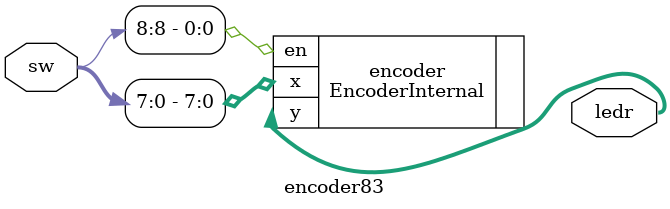
<source format=v>
module encoder83 (
    input [8:0] sw,
    output [2:0] ledr
);

EncoderInternal #(.output_len(3)) encoder (
    .x  (sw[7:0]),
    .en (sw[8]),
    .y  (ledr)
);

endmodule
</source>
